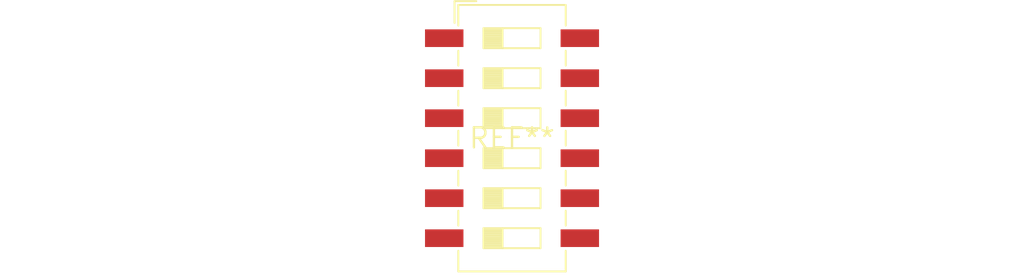
<source format=kicad_pcb>
(kicad_pcb (version 20240108) (generator pcbnew)
  (layers (0 "F.Cu" signal) (31 "B.Cu" signal) (34 "B.Paste" user) (35 "F.Paste" user) (36 "B.SilkS" user "B.Silkscreen") (37 "F.SilkS" user "F.Silkscreen") (38 "B.Mask" user) (39 "F.Mask" user) (44 "Edge.Cuts" user))
  (net 0 "")
  (footprint "SW_DIP_SPSTx06_Slide_6.7x16.8mm_W8.61mm_P2.54mm_LowProfile" (layer "F.Cu") (at 0 0)
    (property "Reference" "REF**")
    (property "Value" "SW_DIP_SPSTx06_Slide_6.7x16.8mm_W8.61mm_P2.54mm_LowProfile")
    (fp_line (start -3.65 -8.7) (end -3.65 -7.317) (layer "F.SilkS") (stroke (width 0.12)))
    (fp_line (start -3.65 -8.7) (end -2.267 -8.7) (layer "F.SilkS") (stroke (width 0.12)))
    (fp_line (start -3.41 -8.46) (end -3.41 -7.15) (layer "F.SilkS") (stroke (width 0.12)))
    (fp_line (start -3.41 -8.46) (end 3.41 -8.46) (layer "F.SilkS") (stroke (width 0.12)))
    (fp_line (start -3.41 -5.55) (end -3.41 -4.61) (layer "F.SilkS") (stroke (width 0.12)))
    (fp_line (start -3.41 -3.01) (end -3.41 -2.07) (layer "F.SilkS") (stroke (width 0.12)))
    (fp_line (start -3.41 -0.47) (end -3.41 0.47) (layer "F.SilkS") (stroke (width 0.12)))
    (fp_line (start -3.41 2.07) (end -3.41 3.01) (layer "F.SilkS") (stroke (width 0.12)))
    (fp_line (start -3.41 4.61) (end -3.41 5.55) (layer "F.SilkS") (stroke (width 0.12)))
    (fp_line (start -3.41 7.15) (end -3.41 8.461) (layer "F.SilkS") (stroke (width 0.12)))
    (fp_line (start -3.41 8.461) (end 3.41 8.461) (layer "F.SilkS") (stroke (width 0.12)))
    (fp_line (start -1.81 -6.985) (end -1.81 -5.715) (layer "F.SilkS") (stroke (width 0.12)))
    (fp_line (start -1.81 -6.865) (end -0.603333 -6.865) (layer "F.SilkS") (stroke (width 0.12)))
    (fp_line (start -1.81 -6.745) (end -0.603333 -6.745) (layer "F.SilkS") (stroke (width 0.12)))
    (fp_line (start -1.81 -6.625) (end -0.603333 -6.625) (layer "F.SilkS") (stroke (width 0.12)))
    (fp_line (start -1.81 -6.505) (end -0.603333 -6.505) (layer "F.SilkS") (stroke (width 0.12)))
    (fp_line (start -1.81 -6.385) (end -0.603333 -6.385) (layer "F.SilkS") (stroke (width 0.12)))
    (fp_line (start -1.81 -6.265) (end -0.603333 -6.265) (layer "F.SilkS") (stroke (width 0.12)))
    (fp_line (start -1.81 -6.145) (end -0.603333 -6.145) (layer "F.SilkS") (stroke (width 0.12)))
    (fp_line (start -1.81 -6.025) (end -0.603333 -6.025) (layer "F.SilkS") (stroke (width 0.12)))
    (fp_line (start -1.81 -5.905) (end -0.603333 -5.905) (layer "F.SilkS") (stroke (width 0.12)))
    (fp_line (start -1.81 -5.785) (end -0.603333 -5.785) (layer "F.SilkS") (stroke (width 0.12)))
    (fp_line (start -1.81 -5.715) (end 1.81 -5.715) (layer "F.SilkS") (stroke (width 0.12)))
    (fp_line (start -1.81 -4.445) (end -1.81 -3.175) (layer "F.SilkS") (stroke (width 0.12)))
    (fp_line (start -1.81 -4.325) (end -0.603333 -4.325) (layer "F.SilkS") (stroke (width 0.12)))
    (fp_line (start -1.81 -4.205) (end -0.603333 -4.205) (layer "F.SilkS") (stroke (width 0.12)))
    (fp_line (start -1.81 -4.085) (end -0.603333 -4.085) (layer "F.SilkS") (stroke (width 0.12)))
    (fp_line (start -1.81 -3.965) (end -0.603333 -3.965) (layer "F.SilkS") (stroke (width 0.12)))
    (fp_line (start -1.81 -3.845) (end -0.603333 -3.845) (layer "F.SilkS") (stroke (width 0.12)))
    (fp_line (start -1.81 -3.725) (end -0.603333 -3.725) (layer "F.SilkS") (stroke (width 0.12)))
    (fp_line (start -1.81 -3.605) (end -0.603333 -3.605) (layer "F.SilkS") (stroke (width 0.12)))
    (fp_line (start -1.81 -3.485) (end -0.603333 -3.485) (layer "F.SilkS") (stroke (width 0.12)))
    (fp_line (start -1.81 -3.365) (end -0.603333 -3.365) (layer "F.SilkS") (stroke (width 0.12)))
    (fp_line (start -1.81 -3.245) (end -0.603333 -3.245) (layer "F.SilkS") (stroke (width 0.12)))
    (fp_line (start -1.81 -3.175) (end 1.81 -3.175) (layer "F.SilkS") (stroke (width 0.12)))
    (fp_line (start -1.81 -1.905) (end -1.81 -0.635) (layer "F.SilkS") (stroke (width 0.12)))
    (fp_line (start -1.81 -1.785) (end -0.603333 -1.785) (layer "F.SilkS") (stroke (width 0.12)))
    (fp_line (start -1.81 -1.665) (end -0.603333 -1.665) (layer "F.SilkS") (stroke (width 0.12)))
    (fp_line (start -1.81 -1.545) (end -0.603333 -1.545) (layer "F.SilkS") (stroke (width 0.12)))
    (fp_line (start -1.81 -1.425) (end -0.603333 -1.425) (layer "F.SilkS") (stroke (width 0.12)))
    (fp_line (start -1.81 -1.305) (end -0.603333 -1.305) (layer "F.SilkS") (stroke (width 0.12)))
    (fp_line (start -1.81 -1.185) (end -0.603333 -1.185) (layer "F.SilkS") (stroke (width 0.12)))
    (fp_line (start -1.81 -1.065) (end -0.603333 -1.065) (layer "F.SilkS") (stroke (width 0.12)))
    (fp_line (start -1.81 -0.945) (end -0.603333 -0.945) (layer "F.SilkS") (stroke (width 0.12)))
    (fp_line (start -1.81 -0.825) (end -0.603333 -0.825) (layer "F.SilkS") (stroke (width 0.12)))
    (fp_line (start -1.81 -0.705) (end -0.603333 -0.705) (layer "F.SilkS") (stroke (width 0.12)))
    (fp_line (start -1.81 -0.635) (end 1.81 -0.635) (layer "F.SilkS") (stroke (width 0.12)))
    (fp_line (start -1.81 0.635) (end -1.81 1.905) (layer "F.SilkS") (stroke (width 0.12)))
    (fp_line (start -1.81 0.755) (end -0.603333 0.755) (layer "F.SilkS") (stroke (width 0.12)))
    (fp_line (start -1.81 0.875) (end -0.603333 0.875) (layer "F.SilkS") (stroke (width 0.12)))
    (fp_line (start -1.81 0.995) (end -0.603333 0.995) (layer "F.SilkS") (stroke (width 0.12)))
    (fp_line (start -1.81 1.115) (end -0.603333 1.115) (layer "F.SilkS") (stroke (width 0.12)))
    (fp_line (start -1.81 1.235) (end -0.603333 1.235) (layer "F.SilkS") (stroke (width 0.12)))
    (fp_line (start -1.81 1.355) (end -0.603333 1.355) (layer "F.SilkS") (stroke (width 0.12)))
    (fp_line (start -1.81 1.475) (end -0.603333 1.475) (layer "F.SilkS") (stroke (width 0.12)))
    (fp_line (start -1.81 1.595) (end -0.603333 1.595) (layer "F.SilkS") (stroke (width 0.12)))
    (fp_line (start -1.81 1.715) (end -0.603333 1.715) (layer "F.SilkS") (stroke (width 0.12)))
    (fp_line (start -1.81 1.835) (end -0.603333 1.835) (layer "F.SilkS") (stroke (width 0.12)))
    (fp_line (start -1.81 1.905) (end 1.81 1.905) (layer "F.SilkS") (stroke (width 0.12)))
    (fp_line (start -1.81 3.175) (end -1.81 4.445) (layer "F.SilkS") (stroke (width 0.12)))
    (fp_line (start -1.81 3.295) (end -0.603333 3.295) (layer "F.SilkS") (stroke (width 0.12)))
    (fp_line (start -1.81 3.415) (end -0.603333 3.415) (layer "F.SilkS") (stroke (width 0.12)))
    (fp_line (start -1.81 3.535) (end -0.603333 3.535) (layer "F.SilkS") (stroke (width 0.12)))
    (fp_line (start -1.81 3.655) (end -0.603333 3.655) (layer "F.SilkS") (stroke (width 0.12)))
    (fp_line (start -1.81 3.775) (end -0.603333 3.775) (layer "F.SilkS") (stroke (width 0.12)))
    (fp_line (start -1.81 3.895) (end -0.603333 3.895) (layer "F.SilkS") (stroke (width 0.12)))
    (fp_line (start -1.81 4.015) (end -0.603333 4.015) (layer "F.SilkS") (stroke (width 0.12)))
    (fp_line (start -1.81 4.135) (end -0.603333 4.135) (layer "F.SilkS") (stroke (width 0.12)))
    (fp_line (start -1.81 4.255) (end -0.603333 4.255) (layer "F.SilkS") (stroke (width 0.12)))
    (fp_line (start -1.81 4.375) (end -0.603333 4.375) (layer "F.SilkS") (stroke (width 0.12)))
    (fp_line (start -1.81 4.445) (end 1.81 4.445) (layer "F.SilkS") (stroke (width 0.12)))
    (fp_line (start -1.81 5.715) (end -1.81 6.985) (layer "F.SilkS") (stroke (width 0.12)))
    (fp_line (start -1.81 5.835) (end -0.603333 5.835) (layer "F.SilkS") (stroke (width 0.12)))
    (fp_line (start -1.81 5.955) (end -0.603333 5.955) (layer "F.SilkS") (stroke (width 0.12)))
    (fp_line (start -1.81 6.075) (end -0.603333 6.075) (layer "F.SilkS") (stroke (width 0.12)))
    (fp_line (start -1.81 6.195) (end -0.603333 6.195) (layer "F.SilkS") (stroke (width 0.12)))
    (fp_line (start -1.81 6.315) (end -0.603333 6.315) (layer "F.SilkS") (stroke (width 0.12)))
    (fp_line (start -1.81 6.435) (end -0.603333 6.435) (layer "F.SilkS") (stroke (width 0.12)))
    (fp_line (start -1.81 6.555) (end -0.603333 6.555) (layer "F.SilkS") (stroke (width 0.12)))
    (fp_line (start -1.81 6.675) (end -0.603333 6.675) (layer "F.SilkS") (stroke (width 0.12)))
    (fp_line (start -1.81 6.795) (end -0.603333 6.795) (layer "F.SilkS") (stroke (width 0.12)))
    (fp_line (start -1.81 6.915) (end -0.603333 6.915) (layer "F.SilkS") (stroke (width 0.12)))
    (fp_line (start -1.81 6.985) (end 1.81 6.985) (layer "F.SilkS") (stroke (width 0.12)))
    (fp_line (start -0.603333 -6.985) (end -0.603333 -5.715) (layer "F.SilkS") (stroke (width 0.12)))
    (fp_line (start -0.603333 -4.445) (end -0.603333 -3.175) (layer "F.SilkS") (stroke (width 0.12)))
    (fp_line (start -0.603333 -1.905) (end -0.603333 -0.635) (layer "F.SilkS") (stroke (width 0.12)))
    (fp_line (start -0.603333 0.635) (end -0.603333 1.905) (layer "F.SilkS") (stroke (width 0.12)))
    (fp_line (start -0.603333 3.175) (end -0.603333 4.445) (layer "F.SilkS") (stroke (width 0.12)))
    (fp_line (start -0.603333 5.715) (end -0.603333 6.985) (layer "F.SilkS") (stroke (width 0.12)))
    (fp_line (start 1.81 -6.985) (end -1.81 -6.985) (layer "F.SilkS") (stroke (width 0.12)))
    (fp_line (start 1.81 -5.715) (end 1.81 -6.985) (layer "F.SilkS") (stroke (width 0.12)))
    (fp_line (start 1.81 -4.445) (end -1.81 -4.445) (layer "F.SilkS") (stroke (width 0.12)))
    (fp_line (start 1.81 -3.175) (end 1.81 -4.445) (layer "F.SilkS") (stroke (width 0.12)))
    (fp_line (start 1.81 -1.905) (end -1.81 -1.905) (layer "F.SilkS") (stroke (width 0.12)))
    (fp_line (start 1.81 -0.635) (end 1.81 -1.905) (layer "F.SilkS") (stroke (width 0.12)))
    (fp_line (start 1.81 0.635) (end -1.81 0.635) (layer "F.SilkS") (stroke (width 0.12)))
    (fp_line (start 1.81 1.905) (end 1.81 0.635) (layer "F.SilkS") (stroke (width 0.12)))
    (fp_line (start 1.81 3.175) (end -1.81 3.175) (layer "F.SilkS") (stroke (width 0.12)))
    (fp_line (start 1.81 4.445) (end 1.81 3.175) (layer "F.SilkS") (stroke (width 0.12)))
    (fp_line (start 1.81 5.715) (end -1.81 5.715) (layer "F.SilkS") (stroke (width 0.12)))
    (fp_line (start 1.81 6.985) (end 1.81 5.715) (layer "F.SilkS") (stroke (width 0.12)))
    (fp_line (start 3.41 -8.46) (end 3.41 -7.15) (layer "F.SilkS") (stroke (width 0.12)))
    (fp_line (start 3.41 -5.55) (end 3.41 -4.61) (layer "F.SilkS") (stroke (width 0.12)))
    (fp_line (start 3.41 -3.01) (end 3.41 -2.07) (layer "F.SilkS") (stroke (width 0.12)))
    (fp_line (start 3.41 -0.47) (end 3.41 0.47) (layer "F.SilkS") (stroke (width 0.12)))
    (fp_line (start 3.41 2.07) (end 3.41 3.01) (layer "F.SilkS") (stroke (width 0.12)))
    (fp_line (start 3.41 4.61) (end 3.41 5.55) (layer "F.SilkS") (stroke (width 0.12)))
    (fp_line (start 3.41 7.15) (end 3.41 8.461) (layer "F.SilkS") (stroke (width 0.12)))
    (pad "1" smd rect (at -4.305 -6.35) (size 2.44 1.12) (layers "F.Cu" "F.Paste" "F.Mask"))
    (pad "2" smd rect (at -4.305 -3.81) (size 2.44 1.12) (layers "F.Cu" "F.Paste" "F.Mask"))
    (pad "3" smd rect (at -4.305 -1.27) (size 2.44 1.12) (layers "F.Cu" "F.Paste" "F.Mask"))
    (pad "4" smd rect (at -4.305 1.27) (size 2.44 1.12) (layers "F.Cu" "F.Paste" "F.Mask"))
    (pad "5" smd rect (at -4.305 3.81) (size 2.44 1.12) (layers "F.Cu" "F.Paste" "F.Mask"))
    (pad "6" smd rect (at -4.305 6.35) (size 2.44 1.12) (layers "F.Cu" "F.Paste" "F.Mask"))
    (pad "7" smd rect (at 4.305 6.35) (size 2.44 1.12) (layers "F.Cu" "F.Paste" "F.Mask"))
    (pad "8" smd rect (at 4.305 3.81) (size 2.44 1.12) (layers "F.Cu" "F.Paste" "F.Mask"))
    (pad "9" smd rect (at 4.305 1.27) (size 2.44 1.12) (layers "F.Cu" "F.Paste" "F.Mask"))
    (pad "10" smd rect (at 4.305 -1.27) (size 2.44 1.12) (layers "F.Cu" "F.Paste" "F.Mask"))
    (pad "11" smd rect (at 4.305 -3.81) (size 2.44 1.12) (layers "F.Cu" "F.Paste" "F.Mask"))
    (pad "12" smd rect (at 4.305 -6.35) (size 2.44 1.12) (layers "F.Cu" "F.Paste" "F.Mask"))
  )
)
</source>
